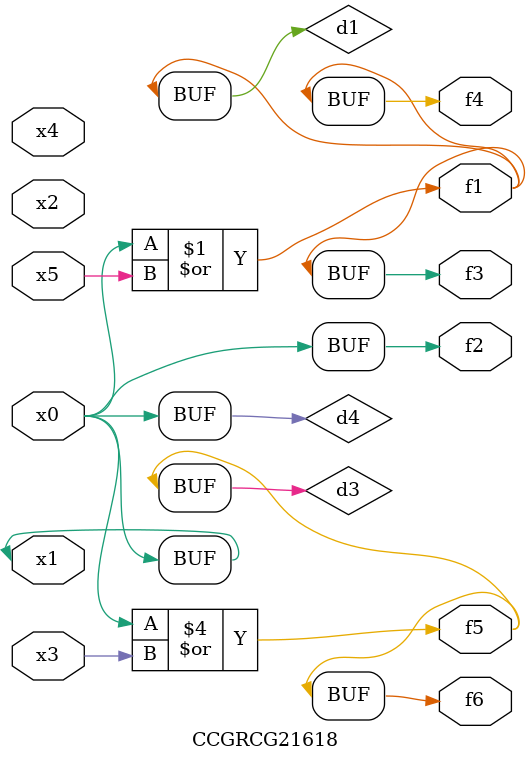
<source format=v>
module CCGRCG21618(
	input x0, x1, x2, x3, x4, x5,
	output f1, f2, f3, f4, f5, f6
);

	wire d1, d2, d3, d4;

	or (d1, x0, x5);
	xnor (d2, x1, x4);
	or (d3, x0, x3);
	buf (d4, x0, x1);
	assign f1 = d1;
	assign f2 = d4;
	assign f3 = d1;
	assign f4 = d1;
	assign f5 = d3;
	assign f6 = d3;
endmodule

</source>
